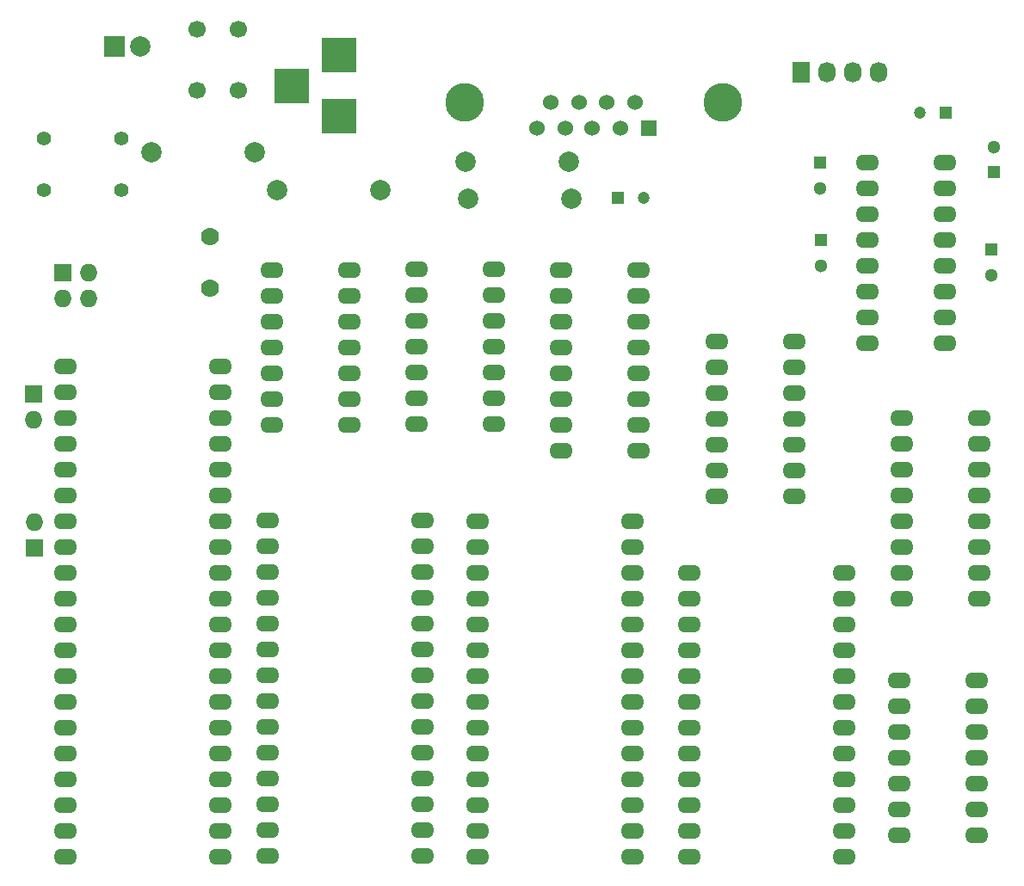
<source format=gbr>
%TF.GenerationSoftware,KiCad,Pcbnew,(6.0.2)*%
%TF.CreationDate,2022-04-25T16:03:40-04:00*%
%TF.ProjectId,MicroUK101,4d696372-6f55-44b3-9130-312e6b696361,rev?*%
%TF.SameCoordinates,Original*%
%TF.FileFunction,Soldermask,Top*%
%TF.FilePolarity,Negative*%
%FSLAX46Y46*%
G04 Gerber Fmt 4.6, Leading zero omitted, Abs format (unit mm)*
G04 Created by KiCad (PCBNEW (6.0.2)) date 2022-04-25 16:03:40*
%MOMM*%
%LPD*%
G01*
G04 APERTURE LIST*
%ADD10R,1.200000X1.200000*%
%ADD11C,1.200000*%
%ADD12R,3.500120X3.500120*%
%ADD13R,1.727200X1.727200*%
%ADD14O,1.727200X1.727200*%
%ADD15C,1.998980*%
%ADD16C,1.397000*%
%ADD17O,2.300000X1.600000*%
%ADD18C,1.778000*%
%ADD19R,2.000000X2.000000*%
%ADD20C,2.000000*%
%ADD21R,1.300000X1.300000*%
%ADD22C,1.300000*%
%ADD23C,1.700000*%
%ADD24R,1.727200X2.032000*%
%ADD25O,1.727200X2.032000*%
%ADD26C,3.810000*%
%ADD27R,1.524000X1.524000*%
%ADD28C,1.524000*%
G04 APERTURE END LIST*
D10*
%TO.C,C5*%
X124460000Y-47447200D03*
D11*
X121960000Y-47447200D03*
%TD*%
D10*
%TO.C,C6*%
X92252800Y-55829200D03*
D11*
X94752800Y-55829200D03*
%TD*%
D12*
%TO.C,CON1*%
X64820800Y-47754540D03*
X64820800Y-41755060D03*
X60121800Y-44754800D03*
%TD*%
D13*
%TO.C,P1*%
X37642800Y-63144400D03*
D14*
X40182800Y-63144400D03*
X37642800Y-65684400D03*
X40182800Y-65684400D03*
%TD*%
D15*
%TO.C,R1*%
X68834000Y-55067200D03*
X58674000Y-55067200D03*
%TD*%
%TO.C,R2*%
X87376000Y-52222400D03*
X77216000Y-52222400D03*
%TD*%
%TO.C,R3*%
X77470000Y-55880000D03*
X87630000Y-55880000D03*
%TD*%
D16*
%TO.C,SW1*%
X35712400Y-55067200D03*
X43332400Y-55067200D03*
X43332400Y-49987200D03*
X35712400Y-49987200D03*
%TD*%
D17*
%TO.C,U1*%
X37846000Y-72390000D03*
X37846000Y-74930000D03*
X37846000Y-77470000D03*
X37846000Y-80010000D03*
X37846000Y-82550000D03*
X37846000Y-85090000D03*
X37846000Y-87630000D03*
X37846000Y-90170000D03*
X37846000Y-92710000D03*
X37846000Y-95250000D03*
X37846000Y-97790000D03*
X37846000Y-100330000D03*
X37846000Y-102870000D03*
X37846000Y-105410000D03*
X37846000Y-107950000D03*
X37846000Y-110490000D03*
X37846000Y-113030000D03*
X37846000Y-115570000D03*
X37846000Y-118110000D03*
X37846000Y-120650000D03*
X53086000Y-120650000D03*
X53086000Y-118110000D03*
X53086000Y-115570000D03*
X53086000Y-113030000D03*
X53086000Y-110490000D03*
X53086000Y-107950000D03*
X53086000Y-105410000D03*
X53086000Y-102870000D03*
X53086000Y-100330000D03*
X53086000Y-97790000D03*
X53086000Y-95250000D03*
X53086000Y-92710000D03*
X53086000Y-90170000D03*
X53086000Y-87630000D03*
X53086000Y-85090000D03*
X53086000Y-82550000D03*
X53086000Y-80010000D03*
X53086000Y-77470000D03*
X53086000Y-74930000D03*
X53086000Y-72390000D03*
%TD*%
%TO.C,U4*%
X116738400Y-52324000D03*
X116738400Y-54864000D03*
X116738400Y-57404000D03*
X116738400Y-59944000D03*
X116738400Y-62484000D03*
X116738400Y-65024000D03*
X116738400Y-67564000D03*
X116738400Y-70104000D03*
X124358400Y-70104000D03*
X124358400Y-67564000D03*
X124358400Y-65024000D03*
X124358400Y-62484000D03*
X124358400Y-59944000D03*
X124358400Y-57404000D03*
X124358400Y-54864000D03*
X124358400Y-52324000D03*
%TD*%
%TO.C,U6*%
X58166000Y-62941200D03*
X58166000Y-65481200D03*
X58166000Y-68021200D03*
X58166000Y-70561200D03*
X58166000Y-73101200D03*
X58166000Y-75641200D03*
X58166000Y-78181200D03*
X65786000Y-78181200D03*
X65786000Y-75641200D03*
X65786000Y-73101200D03*
X65786000Y-70561200D03*
X65786000Y-68021200D03*
X65786000Y-65481200D03*
X65786000Y-62941200D03*
%TD*%
%TO.C,U7*%
X86664800Y-62941200D03*
X86664800Y-65481200D03*
X86664800Y-68021200D03*
X86664800Y-70561200D03*
X86664800Y-73101200D03*
X86664800Y-75641200D03*
X86664800Y-78181200D03*
X86664800Y-80721200D03*
X94284800Y-80721200D03*
X94284800Y-78181200D03*
X94284800Y-75641200D03*
X94284800Y-73101200D03*
X94284800Y-70561200D03*
X94284800Y-68021200D03*
X94284800Y-65481200D03*
X94284800Y-62941200D03*
%TD*%
%TO.C,U8*%
X72390000Y-62839600D03*
X72390000Y-65379600D03*
X72390000Y-67919600D03*
X72390000Y-70459600D03*
X72390000Y-72999600D03*
X72390000Y-75539600D03*
X72390000Y-78079600D03*
X80010000Y-78079600D03*
X80010000Y-75539600D03*
X80010000Y-72999600D03*
X80010000Y-70459600D03*
X80010000Y-67919600D03*
X80010000Y-65379600D03*
X80010000Y-62839600D03*
%TD*%
%TO.C,U9*%
X120142000Y-77470000D03*
X120142000Y-80010000D03*
X120142000Y-82550000D03*
X120142000Y-85090000D03*
X120142000Y-87630000D03*
X120142000Y-90170000D03*
X120142000Y-92710000D03*
X120142000Y-95250000D03*
X127762000Y-95250000D03*
X127762000Y-92710000D03*
X127762000Y-90170000D03*
X127762000Y-87630000D03*
X127762000Y-85090000D03*
X127762000Y-82550000D03*
X127762000Y-80010000D03*
X127762000Y-77470000D03*
%TD*%
%TO.C,U10*%
X101955600Y-69951600D03*
X101955600Y-72491600D03*
X101955600Y-75031600D03*
X101955600Y-77571600D03*
X101955600Y-80111600D03*
X101955600Y-82651600D03*
X101955600Y-85191600D03*
X109575600Y-85191600D03*
X109575600Y-82651600D03*
X109575600Y-80111600D03*
X109575600Y-77571600D03*
X109575600Y-75031600D03*
X109575600Y-72491600D03*
X109575600Y-69951600D03*
%TD*%
%TO.C,U11*%
X119888000Y-103276400D03*
X119888000Y-105816400D03*
X119888000Y-108356400D03*
X119888000Y-110896400D03*
X119888000Y-113436400D03*
X119888000Y-115976400D03*
X119888000Y-118516400D03*
X127508000Y-118516400D03*
X127508000Y-115976400D03*
X127508000Y-113436400D03*
X127508000Y-110896400D03*
X127508000Y-108356400D03*
X127508000Y-105816400D03*
X127508000Y-103276400D03*
%TD*%
D18*
%TO.C,X1*%
X52070000Y-59588400D03*
X52070000Y-64668400D03*
%TD*%
D17*
%TO.C,U2*%
X57759600Y-87528400D03*
X57759600Y-90068400D03*
X57759600Y-92608400D03*
X57759600Y-95148400D03*
X57759600Y-97688400D03*
X57759600Y-100228400D03*
X57759600Y-102768400D03*
X57759600Y-105308400D03*
X57759600Y-107848400D03*
X57759600Y-110388400D03*
X57759600Y-112928400D03*
X57759600Y-115468400D03*
X57759600Y-118008400D03*
X57759600Y-120548400D03*
X72999600Y-120548400D03*
X72999600Y-118008400D03*
X72999600Y-115468400D03*
X72999600Y-112928400D03*
X72999600Y-110388400D03*
X72999600Y-107848400D03*
X72999600Y-105308400D03*
X72999600Y-102768400D03*
X72999600Y-100228400D03*
X72999600Y-97688400D03*
X72999600Y-95148400D03*
X72999600Y-92608400D03*
X72999600Y-90068400D03*
X72999600Y-87528400D03*
%TD*%
%TO.C,U3*%
X78435200Y-87630000D03*
X78435200Y-90170000D03*
X78435200Y-92710000D03*
X78435200Y-95250000D03*
X78435200Y-97790000D03*
X78435200Y-100330000D03*
X78435200Y-102870000D03*
X78435200Y-105410000D03*
X78435200Y-107950000D03*
X78435200Y-110490000D03*
X78435200Y-113030000D03*
X78435200Y-115570000D03*
X78435200Y-118110000D03*
X78435200Y-120650000D03*
X93675200Y-120650000D03*
X93675200Y-118110000D03*
X93675200Y-115570000D03*
X93675200Y-113030000D03*
X93675200Y-110490000D03*
X93675200Y-107950000D03*
X93675200Y-105410000D03*
X93675200Y-102870000D03*
X93675200Y-100330000D03*
X93675200Y-97790000D03*
X93675200Y-95250000D03*
X93675200Y-92710000D03*
X93675200Y-90170000D03*
X93675200Y-87630000D03*
%TD*%
%TO.C,U5*%
X99263200Y-92710000D03*
X99263200Y-95250000D03*
X99263200Y-97790000D03*
X99263200Y-100330000D03*
X99263200Y-102870000D03*
X99263200Y-105410000D03*
X99263200Y-107950000D03*
X99263200Y-110490000D03*
X99263200Y-113030000D03*
X99263200Y-115570000D03*
X99263200Y-118110000D03*
X99263200Y-120650000D03*
X114503200Y-120650000D03*
X114503200Y-118110000D03*
X114503200Y-115570000D03*
X114503200Y-113030000D03*
X114503200Y-110490000D03*
X114503200Y-107950000D03*
X114503200Y-105410000D03*
X114503200Y-102870000D03*
X114503200Y-100330000D03*
X114503200Y-97790000D03*
X114503200Y-95250000D03*
X114503200Y-92710000D03*
%TD*%
D19*
%TO.C,D1*%
X42722800Y-40894000D03*
D20*
X45262800Y-40894000D03*
%TD*%
D15*
%TO.C,R4*%
X56489600Y-51308000D03*
X46329600Y-51308000D03*
%TD*%
D21*
%TO.C,C1*%
X112115600Y-52324000D03*
D22*
X112115600Y-54824000D03*
%TD*%
D21*
%TO.C,C2*%
X112217200Y-59944000D03*
D22*
X112217200Y-62444000D03*
%TD*%
D21*
%TO.C,C3*%
X129184400Y-53289200D03*
D22*
X129184400Y-50789200D03*
%TD*%
D21*
%TO.C,C4*%
X128930400Y-60909200D03*
D22*
X128930400Y-63409200D03*
%TD*%
D23*
%TO.C,SW2*%
X50850800Y-45212000D03*
X50850800Y-39212000D03*
X54850800Y-45212000D03*
X54850800Y-39212000D03*
%TD*%
D24*
%TO.C,P2*%
X110286800Y-43434000D03*
D25*
X112826800Y-43434000D03*
X115366800Y-43434000D03*
X117906800Y-43434000D03*
%TD*%
D13*
%TO.C,P3*%
X34696400Y-75082400D03*
D14*
X34696400Y-77622400D03*
%TD*%
D13*
%TO.C,P4*%
X34848800Y-90220800D03*
D14*
X34848800Y-87680800D03*
%TD*%
D26*
%TO.C,J1*%
X77139800Y-46380400D03*
X102539800Y-46380400D03*
D27*
X95300800Y-48920400D03*
D28*
X92506800Y-48920400D03*
X89712800Y-48920400D03*
X87045800Y-48920400D03*
X84251800Y-48920400D03*
X93903800Y-46380400D03*
X91109800Y-46380400D03*
X88442800Y-46380400D03*
X85648800Y-46380400D03*
%TD*%
M02*

</source>
